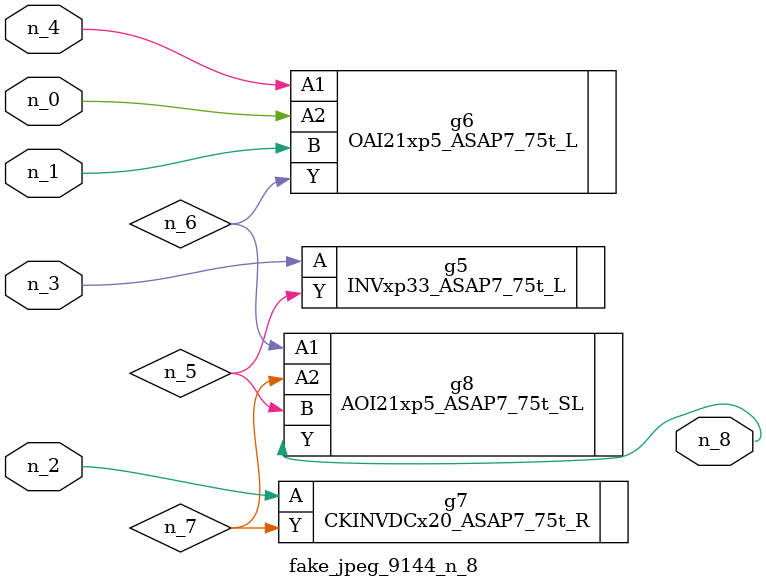
<source format=v>
module fake_jpeg_9144_n_8 (n_3, n_2, n_1, n_0, n_4, n_8);

input n_3;
input n_2;
input n_1;
input n_0;
input n_4;

output n_8;

wire n_6;
wire n_5;
wire n_7;

INVxp33_ASAP7_75t_L g5 ( 
.A(n_3),
.Y(n_5)
);

OAI21xp5_ASAP7_75t_L g6 ( 
.A1(n_4),
.A2(n_0),
.B(n_1),
.Y(n_6)
);

CKINVDCx20_ASAP7_75t_R g7 ( 
.A(n_2),
.Y(n_7)
);

AOI21xp5_ASAP7_75t_SL g8 ( 
.A1(n_6),
.A2(n_7),
.B(n_5),
.Y(n_8)
);


endmodule
</source>
